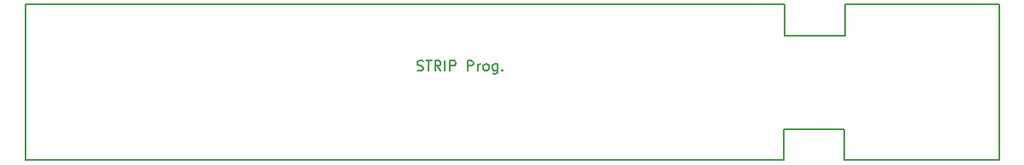
<source format=gbr>
G04 #@! TF.FileFunction,Other,Fab,Bot*
%FSLAX46Y46*%
G04 Gerber Fmt 4.6, Leading zero omitted, Abs format (unit mm)*
G04 Created by KiCad (PCBNEW 4.0.2+dfsg1-stable) date mer 10 ott 2018 09:07:00 CEST*
%MOMM*%
G01*
G04 APERTURE LIST*
%ADD10C,0.100000*%
%ADD11C,0.200000*%
%ADD12C,0.150000*%
G04 APERTURE END LIST*
D10*
D11*
X173690280Y-115443000D02*
X98295460Y-115443000D01*
X195072000Y-115443000D02*
X179682660Y-115443000D01*
X179682660Y-112410240D02*
X179682660Y-115443000D01*
X173692820Y-112410240D02*
X179682660Y-112410240D01*
X173692820Y-112410240D02*
X173692820Y-115437920D01*
X173776640Y-99949000D02*
X98298000Y-99949000D01*
X195072000Y-99949000D02*
X179778660Y-99949000D01*
X179778660Y-99949000D02*
X179778660Y-103047800D01*
X173776640Y-103047800D02*
X179778660Y-103047800D01*
X173776640Y-99949000D02*
X173776640Y-103047800D01*
X98298000Y-115443000D02*
X98298000Y-99949000D01*
X195072000Y-99949000D02*
X195072000Y-115443000D01*
D12*
X137237105Y-106500562D02*
X137379962Y-106548181D01*
X137618058Y-106548181D01*
X137713296Y-106500562D01*
X137760915Y-106452943D01*
X137808534Y-106357705D01*
X137808534Y-106262467D01*
X137760915Y-106167229D01*
X137713296Y-106119610D01*
X137618058Y-106071990D01*
X137427581Y-106024371D01*
X137332343Y-105976752D01*
X137284724Y-105929133D01*
X137237105Y-105833895D01*
X137237105Y-105738657D01*
X137284724Y-105643419D01*
X137332343Y-105595800D01*
X137427581Y-105548181D01*
X137665677Y-105548181D01*
X137808534Y-105595800D01*
X138094248Y-105548181D02*
X138665677Y-105548181D01*
X138379962Y-106548181D02*
X138379962Y-105548181D01*
X139570439Y-106548181D02*
X139237105Y-106071990D01*
X138999010Y-106548181D02*
X138999010Y-105548181D01*
X139379963Y-105548181D01*
X139475201Y-105595800D01*
X139522820Y-105643419D01*
X139570439Y-105738657D01*
X139570439Y-105881514D01*
X139522820Y-105976752D01*
X139475201Y-106024371D01*
X139379963Y-106071990D01*
X138999010Y-106071990D01*
X139999010Y-106548181D02*
X139999010Y-105548181D01*
X140475200Y-106548181D02*
X140475200Y-105548181D01*
X140856153Y-105548181D01*
X140951391Y-105595800D01*
X140999010Y-105643419D01*
X141046629Y-105738657D01*
X141046629Y-105881514D01*
X140999010Y-105976752D01*
X140951391Y-106024371D01*
X140856153Y-106071990D01*
X140475200Y-106071990D01*
X142237105Y-106548181D02*
X142237105Y-105548181D01*
X142618058Y-105548181D01*
X142713296Y-105595800D01*
X142760915Y-105643419D01*
X142808534Y-105738657D01*
X142808534Y-105881514D01*
X142760915Y-105976752D01*
X142713296Y-106024371D01*
X142618058Y-106071990D01*
X142237105Y-106071990D01*
X143237105Y-106548181D02*
X143237105Y-105881514D01*
X143237105Y-106071990D02*
X143284724Y-105976752D01*
X143332343Y-105929133D01*
X143427581Y-105881514D01*
X143522820Y-105881514D01*
X143999010Y-106548181D02*
X143903772Y-106500562D01*
X143856153Y-106452943D01*
X143808534Y-106357705D01*
X143808534Y-106071990D01*
X143856153Y-105976752D01*
X143903772Y-105929133D01*
X143999010Y-105881514D01*
X144141868Y-105881514D01*
X144237106Y-105929133D01*
X144284725Y-105976752D01*
X144332344Y-106071990D01*
X144332344Y-106357705D01*
X144284725Y-106452943D01*
X144237106Y-106500562D01*
X144141868Y-106548181D01*
X143999010Y-106548181D01*
X145189487Y-105881514D02*
X145189487Y-106691038D01*
X145141868Y-106786276D01*
X145094249Y-106833895D01*
X144999010Y-106881514D01*
X144856153Y-106881514D01*
X144760915Y-106833895D01*
X145189487Y-106500562D02*
X145094249Y-106548181D01*
X144903772Y-106548181D01*
X144808534Y-106500562D01*
X144760915Y-106452943D01*
X144713296Y-106357705D01*
X144713296Y-106071990D01*
X144760915Y-105976752D01*
X144808534Y-105929133D01*
X144903772Y-105881514D01*
X145094249Y-105881514D01*
X145189487Y-105929133D01*
X145665677Y-106452943D02*
X145713296Y-106500562D01*
X145665677Y-106548181D01*
X145618058Y-106500562D01*
X145665677Y-106452943D01*
X145665677Y-106548181D01*
M02*

</source>
